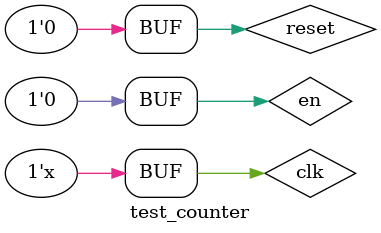
<source format=v>
`timescale 1ns / 1ps


module test_counter;

	// Inputs
	reg clk;
	reg reset;
	reg en;

	// Outputs
	wire [2:0] count;

	// Instantiate the Unit Under Test (UUT)
	counter #(
		.COUNT_WIDTH(3),
		.UP_DOWN_COUNT(1),
		.COUNT_LIMIT(6))
		uut (
		.clk(clk), 
		.reset(reset),
		.count(count)
	);

	initial begin
		// Initialize Inputs
		clk = 0;
		reset = 0;
		en = 0;

		// Wait 100 ns for global reset to finish
		#100;
		reset = 1;
		#20;
		reset = 0;
        
		// Add stimulus here

	end
	
	always
		#10 clk = !clk;
      
endmodule


</source>
